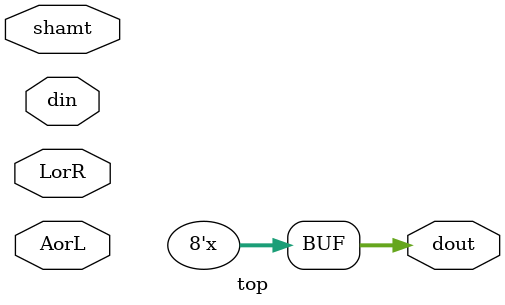
<source format=v>
`default_nettype none
module top(din, shamt, LorR, AorL, dout);
    input wire [7:0] din;
    input wire [2:0] shamt;
    input wire LorR, AorL;
    output reg [7:0] dout;
    reg [7:0] tmp;

    always @(din or shamt or LorR or AorL)
    begin
        case(AorL)
            1'b0: case(LorR)
                    1'b1:
                    begin
                        tmp <= shamt[0] ? {din[6:0], 1'b0} : tmp;
                        tmp <= shamt[1] ? {din[5:0], 2'b0} : tmp;
                        tmp <= shamt[2] ? {din[3:0], 4'b0} : tmp;
                    end
                    1'b0:
                    begin
                        tmp <= shamt[0] ? {1'b0, din[7:1]} : tmp;
                        tmp <= shamt[1] ? {2'b0, din[7:2]} : tmp;
                        tmp <= shamt[2] ? {4'b0, din[7:4]} : tmp;
                    end
                  endcase
            1'b1: case(LorR)
                  1'b1:
                    begin
                        tmp <= shamt[0] ? {din[6:0], 1'b0} : tmp;
                        tmp <= shamt[1] ? {din[5:0], 2'b0} : tmp;
                        tmp <= shamt[2] ? {din[3:0], 4'b0} : tmp;
                    end
                  1'b0:
                    begin
                        tmp <= shamt[0] ? {din[7], din[7:1]} : tmp;
                        tmp <= shamt[1] ? {{2{din[7]}}, din[7:2]} : tmp;
                        tmp <= shamt[2] ? {{4{din[7]}}, din[7:4]} : tmp;
                    end
            endcase
        endcase
        dout <= tmp;
    end
endmodule

</source>
